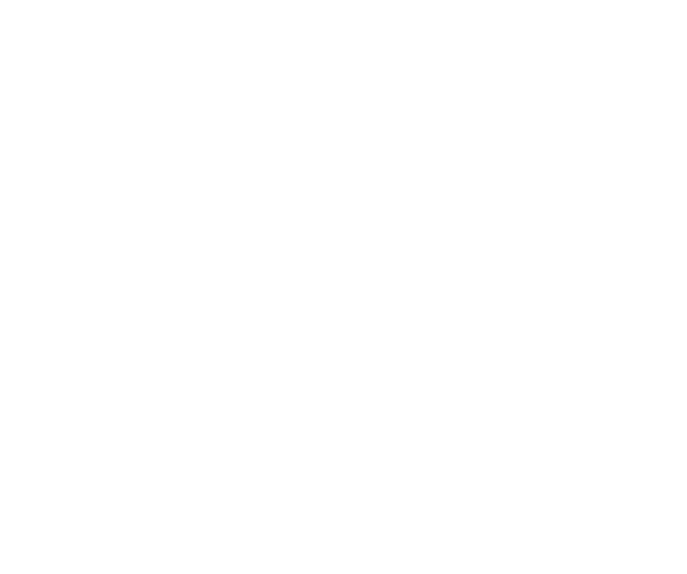
<source format=gbs>
From 4101815b2fac78be67c1cd8d8c6520d41dcac7cf Mon Sep 17 00:00:00 2001
From: jaseg <git@jaseg.de>
Date: Sun, 23 Jan 2022 21:19:51 +0100
Subject: Fix more bugs

---
 gerbonara/gerber/tests/resources/fritzing/combined.gbs | 10 ++++++----
 1 file changed, 6 insertions(+), 4 deletions(-)

(limited to 'gerbonara/gerber/tests/resources/fritzing/combined.gbs')

diff --git a/gerbonara/gerber/tests/resources/fritzing/combined.gbs b/gerbonara/gerber/tests/resources/fritzing/combined.gbs
index 737b8e4..72ac193 100644
--- a/gerbonara/gerber/tests/resources/fritzing/combined.gbs
+++ b/gerbonara/gerber/tests/resources/fritzing/combined.gbs
@@ -1,3 +1,5 @@
+G04 file was processed by a buggy GerberTools version.
+G04 file manually fixed for GerberTools #86 / #143*
 %MOIN*%
 %OFA0B0*%
 %FSLAX23Y23*%
@@ -165,7 +167,7 @@ G04 DOUBLE SIDED*
 G04 HOLES PLATED*
 G04 CONTOUR ON CENTER OF CONTOUR VECTOR*
 G90*
-G04 skipping 70
+G04 skipping 70*
 D28*
 X01338Y00039D02*
 X01751Y01768D03*
@@ -296,7 +298,7 @@ G04 DOUBLE SIDED*
 G04 HOLES PLATED*
 G04 CONTOUR ON CENTER OF CONTOUR VECTOR*
 G90*
-G04 skipping 70
+G04 skipping 70*
 D36*
 X02637Y00039D02*
 X03049Y01768D03*
@@ -427,7 +429,7 @@ G04 DOUBLE SIDED*
 G04 HOLES PLATED*
 G04 CONTOUR ON CENTER OF CONTOUR VECTOR*
 G90*
-G04 skipping 70
+G04 skipping 70*
 D44*
 X02598Y02677D02*
 X00869Y03090D03*
@@ -551,4 +553,4 @@ X01819Y03591D03*
 X02019Y03591D03*
 X02219Y03591D03*
 G04 End of Mask0*
-M02*
\ No newline at end of file
+M02*
-- 
cgit 


</source>
